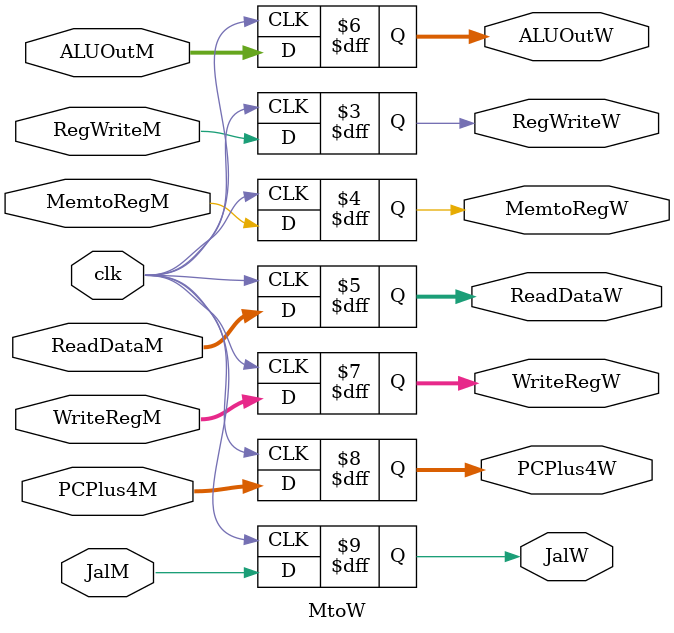
<source format=v>
module MtoW(clk, RegWriteM, MemtoRegM, ReadDataM, ALUOutM, WriteRegM, PCPlus4M, JalM, RegWriteW, MemtoRegW, ReadDataW, ALUOutW, WriteRegW, PCPlus4W, JalW); 

    input clk;
    input RegWriteM;
    input MemtoRegM;
    input [31:0] ReadDataM;
    input [31:0] ALUOutM;
    input [4:0] WriteRegM;
    input [31:0] PCPlus4M;
    input JalM;

    output reg RegWriteW;
    output reg MemtoRegW;
    output reg [31:0] ReadDataW;
    output reg [31:0] ALUOutW;
    output reg [4:0] WriteRegW;
    output reg [31:0] PCPlus4W;
    output reg JalW;

    initial begin 
        RegWriteW = 0;
        MemtoRegW = 0;
        ReadDataW = 0;
        ALUOutW = 0;
        WriteRegW = 0;
        PCPlus4W = 0;
        JalW = 0;
    end 

    always@(posedge clk)
    begin      
        RegWriteW <= RegWriteM;
        MemtoRegW <= MemtoRegM;
        ReadDataW <= ReadDataM;
        ALUOutW <= ALUOutM;
        WriteRegW <= WriteRegM;
        PCPlus4W <= PCPlus4M;
        JalW <= JalM;
    end

endmodule
</source>
